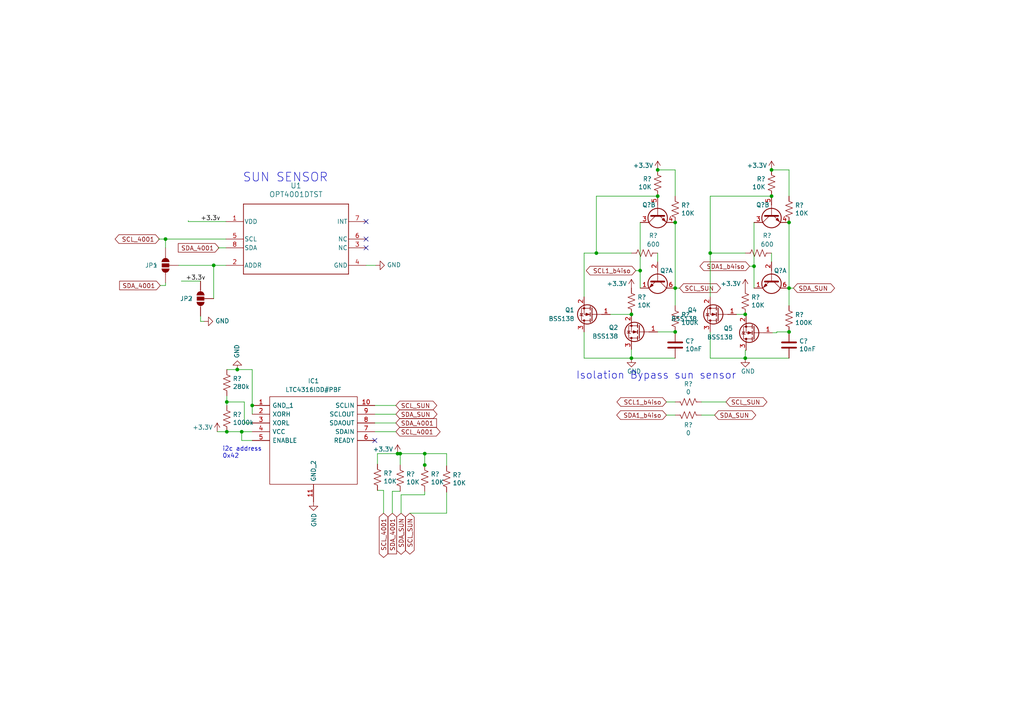
<source format=kicad_sch>
(kicad_sch (version 20230121) (generator eeschema)
  (paper "A4")
  (lib_symbols
    (symbol "AA_AUTO_LOADER:LTC4316IDD#PBF" (pin_names (offset 0.762))
      (property "Reference" "IC" (at 31.75 7.62 0))
      (property "Value" "LTC4316IDD#PBF" (at 31.75 5.08 0))
      (symbol "LTC4316IDD#PBF_0_0"
        (pin passive line (at 0 0 0) (length 5.08) (name "GND_1") (number "1"))
        (pin passive line (at 35.56 0 180) (length 5.08) (name "SCLIN") (number "10"))
        (pin passive line (at 17.78 -27.94 90) (length 5.08) (name "GND_2") (number "11"))
        (pin passive line (at 0 -2.54 0) (length 5.08) (name "XORH") (number "2"))
        (pin passive line (at 0 -5.08 0) (length 5.08) (name "XORL") (number "3"))
        (pin passive line (at 0 -7.62 0) (length 5.08) (name "VCC") (number "4"))
        (pin passive line (at 0 -10.16 0) (length 5.08) (name "ENABLE") (number "5"))
        (pin passive line (at 35.56 -10.16 180) (length 5.08) (name "READY") (number "6"))
        (pin passive line (at 35.56 -7.62 180) (length 5.08) (name "SDAIN") (number "7"))
        (pin passive line (at 35.56 -5.08 180) (length 5.08) (name "SDAOUT") (number "8"))
        (pin passive line (at 35.56 -2.54 180) (length 5.08) (name "SCLOUT") (number "9"))
      )
      (symbol "LTC4316IDD#PBF_0_1"
        (polyline (pts (xy 5.08 2.54) (xy 30.48 2.54) (xy 30.48 -22.86) (xy 5.08 -22.86) (xy 5.08 2.54)) (stroke (width 0.1524)))
      )
    )
    (symbol "Device:C" (pin_numbers hide) (pin_names (offset 0.254))
      (property "Reference" "C" (at 0.635 2.54 0))
      (property "Value" "C" (at 0.635 -2.54 0))
      (symbol "C_0_1"
        (polyline (pts (xy -2.032 -0.762) (xy 2.032 -0.762)) (stroke (width 0.508)))
        (polyline (pts (xy -2.032 0.762) (xy 2.032 0.762)) (stroke (width 0.508)))
      )
      (symbol "C_1_1"
        (pin passive line (at 0 3.81 270) (length 2.794) (name "~") (number "1"))
        (pin passive line (at 0 -3.81 90) (length 2.794) (name "~") (number "2"))
      )
    )
    (symbol "Device:R_US" (pin_numbers hide) (pin_names (offset 0))
      (property "Reference" "R" (at 2.54 0 90))
      (property "Value" "R_US" (at -2.54 0 90))
      (symbol "R_US_0_1"
        (polyline (pts (xy 0 -2.286) (xy 0 -2.54)))
        (polyline (pts (xy 0 2.286) (xy 0 2.54)))
        (polyline (pts (xy 0 -0.762) (xy 1.016 -1.143) (xy 0 -1.524) (xy -1.016 -1.905) (xy 0 -2.286)))
        (polyline (pts (xy 0 0.762) (xy 1.016 0.381) (xy 0 0) (xy -1.016 -0.381) (xy 0 -0.762)))
        (polyline (pts (xy 0 2.286) (xy 1.016 1.905) (xy 0 1.524) (xy -1.016 1.143) (xy 0 0.762)))
      )
      (symbol "R_US_1_1"
        (pin passive line (at 0 3.81 270) (length 1.27) (name "~") (number "1"))
        (pin passive line (at 0 -3.81 90) (length 1.27) (name "~") (number "2"))
      )
    )
    (symbol "OPT4001DTST:OPT4001DTST" (pin_names (offset 0.254))
      (property "Reference" "U" (at 0 2.54 0))
      (property "Value" "OPT4001DTST" (at 0 0 0))
      (symbol "OPT4001DTST_0_1"
        (polyline (pts (xy 5.08 -15.24) (xy 35.56 -15.24)) (stroke (width 0.2032)))
        (polyline (pts (xy 5.08 5.08) (xy 5.08 -15.24)) (stroke (width 0.2032)))
        (polyline (pts (xy 35.56 -15.24) (xy 35.56 5.08)) (stroke (width 0.2032)))
        (polyline (pts (xy 35.56 5.08) (xy 5.08 5.08)) (stroke (width 0.2032)))
        (pin power_in line (at 0 0 0) (length 5.08) (name "VDD") (number "1"))
        (pin input line (at 0 -12.7 0) (length 5.08) (name "ADDR") (number "2"))
        (pin unspecified line (at 40.64 -7.62 180) (length 5.08) (name "NC") (number "3"))
        (pin power_in line (at 40.64 -12.7 180) (length 5.08) (name "GND") (number "4"))
        (pin input line (at 0 -5.08 0) (length 5.08) (name "SCL") (number "5"))
        (pin unspecified line (at 40.64 -5.08 180) (length 5.08) (name "NC") (number "6"))
        (pin open_collector line (at 40.64 0 180) (length 5.08) (name "INT") (number "7"))
        (pin bidirectional line (at 0 -7.62 0) (length 5.08) (name "SDA") (number "8"))
      )
    )
    (symbol "SparkFun-Jumper:SolderJumper_3_Open_No_Silk" (pin_numbers hide) (pin_names (offset 0) hide)
      (property "Reference" "JP" (at -2.54 -2.54 0))
      (property "Value" "~" (at 0 2.794 0))
      (symbol "SolderJumper_3_Open_No_Silk_0_1"
        (arc (start -1.016 1.016) (mid -2.0276 0) (end -1.016 -1.016))
        (arc (start -1.016 1.016) (mid -2.0276 0) (end -1.016 -1.016) (fill (type outline)))
        (rectangle (start -0.508 1.016) (end 0.508 -1.016) (fill (type outline)))
        (polyline (pts (xy -2.54 0) (xy -2.032 0)))
        (polyline (pts (xy -1.016 1.016) (xy -1.016 -1.016)))
        (polyline (pts (xy 0 -1.27) (xy 0 -1.016)))
        (polyline (pts (xy 1.016 1.016) (xy 1.016 -1.016)))
        (polyline (pts (xy 2.54 0) (xy 2.032 0)))
        (arc (start 1.016 -1.016) (mid 2.0276 0) (end 1.016 1.016))
        (arc (start 1.016 -1.016) (mid 2.0276 0) (end 1.016 1.016) (fill (type outline)))
      )
      (symbol "SolderJumper_3_Open_No_Silk_1_1"
        (pin passive line (at -5.08 0 0) (length 2.54) (name "A") (number "1"))
        (pin passive line (at 0 -3.81 90) (length 2.54) (name "C") (number "2"))
        (pin passive line (at 5.08 0 180) (length 2.54) (name "B") (number "3"))
      )
    )
    (symbol "Transistor_BJT:MBT2222ADW1T1" (pin_names (offset 0) hide)
      (property "Reference" "Q" (at 5.08 1.27 0))
      (property "Value" "MBT2222ADW1T1" (at 5.08 -1.27 0))
      (symbol "MBT2222ADW1T1_0_1"
        (polyline (pts (xy 0.635 0) (xy -2.54 0)))
        (polyline (pts (xy 0.635 0.635) (xy 2.54 2.54)))
        (polyline (pts (xy 0.635 -0.635) (xy 2.54 -2.54) (xy 2.54 -2.54)))
        (polyline (pts (xy 0.635 1.905) (xy 0.635 -1.905) (xy 0.635 -1.905)) (stroke (width 0.508)))
        (polyline (pts (xy 1.27 -1.778) (xy 1.778 -1.27) (xy 2.286 -2.286) (xy 1.27 -1.778) (xy 1.27 -1.778)) (fill (type outline)))
        (circle (center 1.27 0) (radius 2.8194) (stroke (width 0.254)))
      )
      (symbol "MBT2222ADW1T1_1_1"
        (pin passive line (at 2.54 -5.08 90) (length 2.54) (name "E1") (number "1"))
        (pin input line (at -5.08 0 0) (length 2.54) (name "B1") (number "2"))
        (pin passive line (at 2.54 5.08 270) (length 2.54) (name "C1") (number "6"))
      )
      (symbol "MBT2222ADW1T1_2_1"
        (pin passive line (at 2.54 5.08 270) (length 2.54) (name "C2") (number "3"))
        (pin passive line (at 2.54 -5.08 90) (length 2.54) (name "E2") (number "4"))
        (pin input line (at -5.08 0 0) (length 2.54) (name "B2") (number "5"))
      )
    )
    (symbol "Transistor_FET:BSS138" (pin_names hide)
      (property "Reference" "Q" (at 5.08 1.905 0))
      (property "Value" "BSS138" (at 5.08 0 0))
      (symbol "BSS138_0_1"
        (polyline (pts (xy 0.254 0) (xy -2.54 0)))
        (polyline (pts (xy 0.254 1.905) (xy 0.254 -1.905)) (stroke (width 0.254)))
        (polyline (pts (xy 0.762 -1.27) (xy 0.762 -2.286)) (stroke (width 0.254)))
        (polyline (pts (xy 0.762 0.508) (xy 0.762 -0.508)) (stroke (width 0.254)))
        (polyline (pts (xy 0.762 2.286) (xy 0.762 1.27)) (stroke (width 0.254)))
        (polyline (pts (xy 2.54 2.54) (xy 2.54 1.778)))
        (polyline (pts (xy 2.54 -2.54) (xy 2.54 0) (xy 0.762 0)))
        (polyline (pts (xy 0.762 -1.778) (xy 3.302 -1.778) (xy 3.302 1.778) (xy 0.762 1.778)))
        (polyline (pts (xy 1.016 0) (xy 2.032 0.381) (xy 2.032 -0.381) (xy 1.016 0)) (fill (type outline)))
        (polyline (pts (xy 2.794 0.508) (xy 2.921 0.381) (xy 3.683 0.381) (xy 3.81 0.254)))
        (polyline (pts (xy 3.302 0.381) (xy 2.921 -0.254) (xy 3.683 -0.254) (xy 3.302 0.381)))
        (circle (center 1.651 0) (radius 2.794) (stroke (width 0.254)))
        (circle (center 2.54 -1.778) (radius 0.254) (fill (type outline)))
        (circle (center 2.54 1.778) (radius 0.254) (fill (type outline)))
      )
      (symbol "BSS138_1_1"
        (pin input line (at -5.08 0 0) (length 2.54) (name "G") (number "1"))
        (pin passive line (at 2.54 -5.08 90) (length 2.54) (name "S") (number "2"))
        (pin passive line (at 2.54 5.08 270) (length 2.54) (name "D") (number "3"))
      )
    )
    (symbol "power:+3.3V" (power) (pin_names (offset 0))
      (property "Value" "+3.3V" (at 0 3.556 0))
      (symbol "+3.3V_0_1"
        (polyline (pts (xy -0.762 1.27) (xy 0 2.54)))
        (polyline (pts (xy 0 0) (xy 0 2.54)))
        (polyline (pts (xy 0 2.54) (xy 0.762 1.27)))
      )
      (symbol "+3.3V_1_1"
        (pin power_in line (at 0 0 90) (length 0) hide (name "+3.3V") (number "1"))
      )
    )
    (symbol "power:GND" (power) (pin_names (offset 0))
      (property "Value" "GND" (at 0 -3.81 0))
      (symbol "GND_0_1"
        (polyline (pts (xy 0 0) (xy 0 -1.27) (xy 1.27 -1.27) (xy 0 -2.54) (xy -1.27 -1.27) (xy 0 -1.27)))
      )
      (symbol "GND_1_1"
        (pin power_in line (at 0 0 270) (length 0) hide (name "GND") (number "1"))
      )
    )
  )
  (junction (at 216.154 103.886))
  (junction (at 205.994 73.406))
  (junction (at 228.854 96.266))
  (junction (at 65.786 125.222))
  (junction (at 172.974 73.406))
  (junction (at 190.754 49.276))
  (junction (at 190.754 56.896))
  (junction (at 70.104 125.222))
  (junction (at 228.854 64.516))
  (junction (at 65.786 116.586))
  (junction (at 218.694 77.216))
  (junction (at 68.834 107.188))
  (junction (at 116.078 131.572))
  (junction (at 223.774 56.896))
  (junction (at 195.834 96.266))
  (junction (at 123.19 134.874))
  (junction (at 216.154 91.186))
  (junction (at 195.834 64.516))
  (junction (at 123.19 131.572))
  (junction (at 183.134 103.886))
  (junction (at 228.854 83.566))
  (junction (at 48.006 69.342))
  (junction (at 61.976 76.962))
  (junction (at 183.134 91.186))
  (junction (at 223.774 49.276))
  (junction (at 195.834 83.566))
  (junction (at 73.152 117.602))
  (junction (at 185.674 78.486))
  (junction (at 115.316 131.572))
  (no_connect (at 106.172 69.342))
  (no_connect (at 106.172 71.882))
  (no_connect (at 106.172 64.262))
  (no_connect (at 108.712 127.762))
  (wire (pts (xy 59.182 93.218) (xy 58.166 93.218)))
  (wire (pts (xy 195.834 120.396) (xy 193.294 120.396)))
  (wire (pts (xy 169.418 73.406) (xy 172.974 73.406)))
  (wire (pts (xy 123.444 134.874) (xy 123.19 134.874)))
  (wire (pts (xy 172.974 56.896) (xy 190.754 56.896)))
  (wire (pts (xy 172.974 56.896) (xy 172.974 73.406)))
  (wire (pts (xy 205.994 103.886) (xy 216.154 103.886)))
  (wire (pts (xy 228.854 88.646) (xy 228.854 83.566)))
  (wire (pts (xy 116.078 131.572) (xy 116.078 134.874)))
  (wire (pts (xy 195.834 88.646) (xy 195.834 83.566)))
  (wire (pts (xy 185.674 64.516) (xy 185.674 78.486)))
  (wire (pts (xy 65.786 116.586) (xy 65.786 117.602)))
  (wire (pts (xy 183.134 103.886) (xy 195.834 103.886)))
  (wire (pts (xy 210.566 116.586) (xy 203.454 116.586)))
  (wire (pts (xy 73.152 117.602) (xy 73.152 120.142)))
  (wire (pts (xy 216.408 101.6) (xy 216.154 101.6)))
  (wire (pts (xy 61.976 76.962) (xy 65.532 76.962)))
  (wire (pts (xy 65.786 114.808) (xy 65.786 116.586)))
  (wire (pts (xy 113.792 148.844) (xy 113.792 142.494)))
  (wire (pts (xy 230.124 83.566) (xy 228.854 83.566)))
  (wire (pts (xy 118.872 148.844) (xy 129.54 148.844)))
  (wire (pts (xy 52.578 81.534) (xy 58.166 81.534)))
  (wire (pts (xy 65.786 107.188) (xy 68.834 107.188)))
  (wire (pts (xy 54.61 64.008) (xy 54.61 64.262)))
  (wire (pts (xy 195.834 64.516) (xy 195.834 83.566)))
  (wire (pts (xy 114.808 120.142) (xy 108.712 120.142)))
  (wire (pts (xy 218.694 64.516) (xy 218.694 77.216)))
  (wire (pts (xy 109.474 134.62) (xy 109.474 131.572)))
  (wire (pts (xy 169.418 103.886) (xy 183.134 103.886)))
  (wire (pts (xy 183.134 103.886) (xy 183.134 101.346)))
  (wire (pts (xy 48.006 82.804) (xy 46.482 82.804)))
  (wire (pts (xy 70.104 125.222) (xy 73.152 125.222)))
  (wire (pts (xy 48.006 71.882) (xy 48.006 69.342)))
  (wire (pts (xy 224.028 96.52) (xy 225.298 96.52)))
  (wire (pts (xy 51.816 76.962) (xy 61.976 76.962)))
  (wire (pts (xy 184.404 78.486) (xy 185.674 78.486)))
  (wire (pts (xy 217.424 77.216) (xy 218.694 77.216)))
  (wire (pts (xy 197.104 83.566) (xy 195.834 83.566)))
  (wire (pts (xy 73.152 122.682) (xy 70.866 122.682)))
  (wire (pts (xy 129.54 131.572) (xy 129.54 135.128)))
  (wire (pts (xy 195.834 116.586) (xy 193.294 116.586)))
  (wire (pts (xy 205.994 96.266) (xy 205.994 103.886)))
  (wire (pts (xy 63.246 71.882) (xy 65.532 71.882)))
  (wire (pts (xy 228.854 64.516) (xy 228.854 83.566)))
  (wire (pts (xy 70.104 127.762) (xy 70.104 125.222)))
  (wire (pts (xy 114.808 117.602) (xy 108.712 117.602)))
  (wire (pts (xy 73.152 127.762) (xy 70.104 127.762)))
  (wire (pts (xy 111.252 142.24) (xy 111.252 148.844)))
  (wire (pts (xy 65.532 64.262) (xy 54.61 64.262)))
  (wire (pts (xy 62.992 125.222) (xy 65.786 125.222)))
  (wire (pts (xy 70.866 116.586) (xy 65.786 116.586)))
  (wire (pts (xy 114.808 122.682) (xy 108.712 122.682)))
  (wire (pts (xy 228.854 56.896) (xy 228.854 49.276)))
  (wire (pts (xy 70.866 122.682) (xy 70.866 116.586)))
  (wire (pts (xy 123.19 142.494) (xy 123.19 143.51)))
  (wire (pts (xy 123.19 131.572) (xy 129.54 131.572)))
  (wire (pts (xy 205.994 86.106) (xy 205.994 73.406)))
  (wire (pts (xy 195.834 56.896) (xy 195.834 49.276)))
  (wire (pts (xy 216.154 73.406) (xy 205.994 73.406)))
  (wire (pts (xy 109.474 142.24) (xy 111.252 142.24)))
  (wire (pts (xy 73.152 107.188) (xy 73.152 117.602)))
  (wire (pts (xy 218.694 77.216) (xy 218.694 83.566)))
  (wire (pts (xy 185.674 78.486) (xy 185.674 83.566)))
  (wire (pts (xy 216.154 91.186) (xy 213.614 91.186)))
  (wire (pts (xy 114.808 125.222) (xy 108.712 125.222)))
  (wire (pts (xy 45.974 69.342) (xy 48.006 69.342)))
  (wire (pts (xy 190.754 75.946) (xy 190.754 73.406)))
  (wire (pts (xy 195.834 49.276) (xy 190.754 49.276)))
  (wire (pts (xy 123.19 143.51) (xy 116.332 143.51)))
  (wire (pts (xy 228.854 49.276) (xy 223.774 49.276)))
  (wire (pts (xy 58.166 93.218) (xy 58.166 91.694)))
  (wire (pts (xy 177.038 91.186) (xy 183.134 91.186)))
  (wire (pts (xy 106.172 76.962) (xy 108.966 76.962)))
  (wire (pts (xy 129.54 148.844) (xy 129.54 142.748)))
  (wire (pts (xy 183.134 73.406) (xy 172.974 73.406)))
  (wire (pts (xy 48.006 82.042) (xy 48.006 82.804)))
  (wire (pts (xy 225.298 96.52) (xy 225.298 96.266)))
  (wire (pts (xy 115.316 131.572) (xy 116.078 131.572)))
  (wire (pts (xy 228.854 103.886) (xy 216.154 103.886)))
  (wire (pts (xy 223.774 75.946) (xy 223.774 73.406)))
  (wire (pts (xy 225.298 96.266) (xy 228.854 96.266)))
  (wire (pts (xy 109.474 131.572) (xy 115.316 131.572)))
  (wire (pts (xy 68.834 107.188) (xy 73.152 107.188)))
  (wire (pts (xy 207.264 120.396) (xy 203.454 120.396)))
  (wire (pts (xy 216.154 101.6) (xy 216.154 103.886)))
  (wire (pts (xy 116.332 143.51) (xy 116.332 148.844)))
  (wire (pts (xy 65.786 125.222) (xy 70.104 125.222)))
  (wire (pts (xy 169.418 86.106) (xy 169.418 73.406)))
  (wire (pts (xy 205.994 73.406) (xy 205.994 56.896)))
  (wire (pts (xy 48.006 69.342) (xy 65.532 69.342)))
  (wire (pts (xy 113.792 142.494) (xy 116.078 142.494)))
  (wire (pts (xy 205.994 56.896) (xy 223.774 56.896)))
  (wire (pts (xy 61.976 76.962) (xy 61.976 86.614)))
  (wire (pts (xy 169.418 96.266) (xy 169.418 103.886)))
  (wire (pts (xy 216.408 91.186) (xy 216.154 91.186)))
  (wire (pts (xy 123.19 134.874) (xy 123.19 131.572)))
  (wire (pts (xy 216.408 91.44) (xy 216.408 91.186)))
  (wire (pts (xy 190.754 96.266) (xy 195.834 96.266)))
  (wire (pts (xy 116.078 131.572) (xy 123.19 131.572)))
  (text "Isolation Bypass sun sensor" (at 213.614 110.236 0) (effects (font (size 2.159 2.159)) (justify right bottom)))
  (text "SUN SENSOR\n\n" (at 70.358 57.15 0) (effects (font (size 2.54 2.54)) (justify left bottom)))
  (text "i2c address \n0x42\n" (at 64.516 133.096 0) (effects (font (size 1.27 1.27)) (justify left bottom)))
  (label "+3.3v" (at 58.166 64.262 0))
  (label "+3.3v" (at 53.848 81.534 0))
  (global_label "SDA1_b4iso" (shape bidirectional) (at 193.294 120.396 180) (property "Intersheetrefs" "${INTERSHEET_REFS}" (effects hide)))
  (global_label "SDA_SUN" (shape bidirectional) (at 116.332 148.844 270) (property "Intersheetrefs" "${INTERSHEET_REFS}" (effects hide)))
  (global_label "SDA1_b4iso" (shape bidirectional) (at 217.424 77.216 180) (property "Intersheetrefs" "${INTERSHEET_REFS}" (effects hide)))
  (global_label "SDA_SUN" (shape bidirectional) (at 114.808 120.142 0) (property "Intersheetrefs" "${INTERSHEET_REFS}" (effects hide)))
  (global_label "SDA_4001" (shape input) (at 113.792 148.844 270) (property "Intersheetrefs" "${INTERSHEET_REFS}" (effects hide)))
  (global_label "SCL_SUN" (shape bidirectional) (at 210.566 116.586 0) (property "Intersheetrefs" "${INTERSHEET_REFS}" (effects hide)))
  (global_label "SCL_4001" (shape bidirectional) (at 111.252 148.844 270) (property "Intersheetrefs" "${INTERSHEET_REFS}" (effects hide)))
  (global_label "SCL1_b4iso" (shape bidirectional) (at 193.294 116.586 180) (property "Intersheetrefs" "${INTERSHEET_REFS}" (effects hide)))
  (global_label "SCL1_b4iso" (shape bidirectional) (at 184.404 78.486 180) (property "Intersheetrefs" "${INTERSHEET_REFS}" (effects hide)))
  (global_label "SCL_4001" (shape bidirectional) (at 114.808 125.222 0) (property "Intersheetrefs" "${INTERSHEET_REFS}" (effects hide)))
  (global_label "SDA_4001" (shape input) (at 46.482 82.804 180) (property "Intersheetrefs" "${INTERSHEET_REFS}" (effects hide)))
  (global_label "SCL_SUN" (shape bidirectional) (at 118.872 148.844 270) (property "Intersheetrefs" "${INTERSHEET_REFS}" (effects hide)))
  (global_label "SDA_4001" (shape input) (at 114.808 122.682 0) (property "Intersheetrefs" "${INTERSHEET_REFS}" (effects hide)))
  (global_label "SDA_SUN" (shape bidirectional) (at 207.264 120.396 0) (property "Intersheetrefs" "${INTERSHEET_REFS}" (effects hide)))
  (global_label "SCL_4001" (shape bidirectional) (at 46.228 69.342 180) (property "Intersheetrefs" "${INTERSHEET_REFS}" (effects hide)))
  (global_label "SDA_SUN" (shape bidirectional) (at 230.124 83.566 0) (property "Intersheetrefs" "${INTERSHEET_REFS}" (effects hide)))
  (global_label "SDA_4001" (shape input) (at 63.5 71.882 180) (property "Intersheetrefs" "${INTERSHEET_REFS}" (effects hide)))
  (global_label "SCL_SUN" (shape bidirectional) (at 197.104 83.566 0) (property "Intersheetrefs" "${INTERSHEET_REFS}" (effects hide)))
  (global_label "SCL_SUN" (shape bidirectional) (at 114.808 117.602 0) (property "Intersheetrefs" "${INTERSHEET_REFS}" (effects hide)))
  (symbol (lib_id "power:GND") (at 90.932 145.542 0) (unit 1)
    (property "Reference" "#PWR?" (effects hide))
    (property "Value" "GND" (at 91.059 148.7932 90) (effects (justify right)))
    (instances (project "xpanel" (path "" (reference "#PWR?") (unit 1))) (project "Z_MINUS_REV1" (path "" (reference "#PWR09") (unit 1))) (project "Xpanel_V1_final" (path "" (reference "#PWR019") (unit 1)) (path "" (reference "#PWR022") (unit 1)) (path "" (reference "#PWR022") (unit 1))))
  )
  (symbol (lib_id "Device:R_US") (at 216.154 87.376 180) (unit 1)
    (property "Reference" "R?" (at 217.8812 86.2076 0) (effects (justify right)))
    (property "Value" "10K" (at 217.8812 88.519 0) (effects (justify right)))
    (property "Footprint" "Resistor_SMD:R_0805_2012Metric" (effects hide))
    (instances (project "xpanel" (path "" (reference "R?") (unit 1))) (project "Z_MINUS_REV1" (path "" (reference "R14") (unit 1))) (project "Xpanel_V1_final" (path "" (reference "R26") (unit 1)) (path "" (reference "R29") (unit 1)) (path "" (reference "R29") (unit 1))))
  )
  (symbol (lib_id "Device:R_US") (at 129.54 138.938 180) (unit 1)
    (property "Reference" "R?" (at 131.2672 137.7696 0) (effects (justify right)))
    (property "Value" "10K" (at 131.2672 140.081 0) (effects (justify right)))
    (property "Footprint" "Resistor_SMD:R_0805_2012Metric" (effects hide))
    (instances (project "xpanel" (path "" (reference "R?") (unit 1))) (project "Z_MINUS_REV1" (path "" (reference "R6") (unit 1))) (project "Xpanel_V1_final" (path "" (reference "R22") (unit 1)) (path "" (reference "R19") (unit 1)) (path "" (reference "R19") (unit 1))))
  )
  (symbol (lib_id "Transistor_BJT:MBT2222ADW1T1") (at 223.774 61.976 90) (mirror x) (unit 2)
    (property "Reference" "Q?" (at 221.234 59.436 90))
    (property "Value" "MBT2222ADW1T1" (effects hide))
    (property "Footprint" "Package_TO_SOT_SMD:SOT-363_SC-70-6" (effects hide))
    (property "Datasheet" "http://www.onsemi.com/pub_link/Collateral/MBT2222ADW1T1-D.PDF" (effects hide))
    (instances (project "xpanel" (path "" (reference "Q?") (unit 2)) (path "" (reference "Q?") (unit 2)) (path "" (reference "Q?") (unit 2))) (project "Z_MINUS_REV1" (path "" (reference "Q6") (unit 2))) (project "Xpanel_V1_final" (path "" (reference "Q15") (unit 2)) (path "" (reference "Q10") (unit 2)) (path "" (reference "Q10") (unit 2))))
  )
  (symbol (lib_id "Transistor_FET:BSS138") (at 185.674 96.266 180) (unit 1)
    (property "Reference" "Q2" (at 179.324 94.996 0) (effects (justify left)))
    (property "Value" "BSS138" (at 179.324 97.536 0) (effects (justify left)))
    (property "Footprint" "Package_TO_SOT_SMD:SOT-23" (effects hide))
    (property "Datasheet" "https://www.onsemi.com/pub/Collateral/BSS138-D.PDF" (effects hide))
    (instances (project "Z_MINUS_REV1" (path "" (reference "Q2") (unit 1))) (project "Xpanel_V1_final" (path "" (reference "Q11") (unit 1)) (path "" (reference "Q3") (unit 1)) (path "" (reference "Q3") (unit 1))))
  )
  (symbol (lib_id "Transistor_BJT:MBT2222ADW1T1") (at 190.754 61.976 90) (mirror x) (unit 2)
    (property "Reference" "Q?" (at 188.214 59.436 90))
    (property "Value" "MBT2222ADW1T1" (effects hide))
    (property "Footprint" "Package_TO_SOT_SMD:SOT-363_SC-70-6" (effects hide))
    (property "Datasheet" "http://www.onsemi.com/pub_link/Collateral/MBT2222ADW1T1-D.PDF" (effects hide))
    (instances (project "xpanel" (path "" (reference "Q?") (unit 2)) (path "" (reference "Q?") (unit 2)) (path "" (reference "Q?") (unit 2))) (project "Z_MINUS_REV1" (path "" (reference "Q3") (unit 2))) (project "Xpanel_V1_final" (path "" (reference "Q12") (unit 2)) (path "" (reference "Q4") (unit 2)) (path "" (reference "Q4") (unit 2))))
  )
  (symbol (lib_id "Device:R_US") (at 223.774 53.086 0) (unit 1)
    (property "Reference" "R?" (at 222.0468 51.9176 0) (effects (justify right)))
    (property "Value" "10K" (at 222.0468 54.229 0) (effects (justify right)))
    (property "Footprint" "Resistor_SMD:R_0805_2012Metric" (effects hide))
    (instances (project "xpanel" (path "" (reference "R?") (unit 1))) (project "Z_MINUS_REV1" (path "" (reference "R16") (unit 1))) (project "Xpanel_V1_final" (path "" (reference "R28") (unit 1)) (path "" (reference "R31") (unit 1)) (path "" (reference "R31") (unit 1))))
  )
  (symbol (lib_id "SparkFun-Jumper:SolderJumper_3_Open_No_Silk") (at 58.166 86.614 90) (unit 1)
    (property "Reference" "JP2" (at 55.88 86.614 90) (effects (justify left)))
    (property "Value" "~" (at 55.372 86.614 0))
    (property "Footprint" "SparkFun-Jumper:SMT-JUMPER_3_NO_NO-SILK" (effects hide))
  )
  (symbol (lib_id "Device:R_US") (at 116.078 138.684 180) (unit 1)
    (property "Reference" "R?" (at 117.8052 137.5156 0) (effects (justify right)))
    (property "Value" "10K" (at 117.8052 139.827 0) (effects (justify right)))
    (property "Footprint" "Resistor_SMD:R_0805_2012Metric" (effects hide))
    (instances (project "xpanel" (path "" (reference "R?") (unit 1))) (project "Z_MINUS_REV1" (path "" (reference "R4") (unit 1))) (project "Xpanel_V1_final" (path "" (reference "R22") (unit 1)) (path "" (reference "R19") (unit 1)) (path "" (reference "R19") (unit 1))))
  )
  (symbol (lib_id "Device:C") (at 195.834 100.076 0) (unit 1)
    (property "Reference" "C?" (at 198.755 98.933 0) (effects (justify left)))
    (property "Value" "10nF" (at 198.755 101.219 0) (effects (justify left)))
    (property "Footprint" "Capacitor_SMD:C_0603_1608Metric" (effects hide))
    (instances (project "xpanel" (path "" (reference "C?") (unit 1))) (project "Z_MINUS_REV1" (path "" (reference "C1") (unit 1))) (project "Xpanel_V1_final" (path "" (reference "C5") (unit 1)) (path "" (reference "C10") (unit 1)) (path "" (reference "C10") (unit 1))))
  )
  (symbol (lib_id "Device:R_US") (at 228.854 60.706 180) (unit 1)
    (property "Reference" "R?" (at 230.5812 59.5376 0) (effects (justify right)))
    (property "Value" "10K" (at 230.5812 61.849 0) (effects (justify right)))
    (property "Footprint" "Resistor_SMD:R_0805_2012Metric" (effects hide))
    (instances (project "xpanel" (path "" (reference "R?") (unit 1))) (project "Z_MINUS_REV1" (path "" (reference "R17") (unit 1))) (project "Xpanel_V1_final" (path "" (reference "R29") (unit 1)) (path "" (reference "R33") (unit 1)) (path "" (reference "R33") (unit 1))))
  )
  (symbol (lib_id "power:+3.3V") (at 115.316 131.572 0) (mirror y) (unit 1)
    (property "Reference" "#PWR?" (effects hide))
    (property "Value" "+3.3V" (at 114.046 130.302 0) (effects (justify left)))
    (instances (project "xpanel" (path "" (reference "#PWR?") (unit 1))) (project "Z_MINUS_REV1" (path "" (reference "#PWR011") (unit 1))) (project "Xpanel_V1_final" (path "" (reference "#PWR011") (unit 1)) (path "" (reference "#PWR031") (unit 1)) (path "" (reference "#PWR031") (unit 1))))
  )
  (symbol (lib_id "Device:R_US") (at 199.644 120.396 90) (mirror x) (unit 1)
    (property "Reference" "R?" (at 199.644 123.2662 90))
    (property "Value" "0" (at 199.644 125.5776 90))
    (property "Footprint" "Resistor_SMD:R_0603_1608Metric" (effects hide))
    (instances (project "xpanel" (path "" (reference "R?") (unit 1))) (project "Z_MINUS_REV1" (path "" (reference "R13") (unit 1))) (project "Xpanel_V1_final" (path "" (reference "R25") (unit 1)) (path "" (reference "R23") (unit 1)) (path "" (reference "R23") (unit 1))))
  )
  (symbol (lib_id "Transistor_FET:BSS138") (at 218.948 96.52 180) (unit 1)
    (property "Reference" "Q5" (at 212.598 95.25 0) (effects (justify left)))
    (property "Value" "BSS138" (at 212.598 97.79 0) (effects (justify left)))
    (property "Footprint" "Package_TO_SOT_SMD:SOT-23" (effects hide))
    (property "Datasheet" "https://www.onsemi.com/pub/Collateral/BSS138-D.PDF" (effects hide))
    (instances (project "Z_MINUS_REV1" (path "" (reference "Q5") (unit 1))) (project "Xpanel_V1_final" (path "" (reference "Q14") (unit 1)) (path "" (reference "Q9") (unit 1)) (path "" (reference "Q9") (unit 1))))
  )
  (symbol (lib_id "Device:R_US") (at 65.786 110.998 180) (unit 1)
    (property "Reference" "R?" (at 67.5132 109.8296 0) (effects (justify right)))
    (property "Value" "280k" (at 67.5132 112.141 0) (effects (justify right)))
    (property "Footprint" "Resistor_SMD:R_0805_2012Metric" (effects hide))
    (instances (project "xpanel" (path "" (reference "R?") (unit 1))) (project "Z_MINUS_REV1" (path "" (reference "R1") (unit 1))) (project "Xpanel_V1_final" (path "" (reference "R22") (unit 1)) (path "" (reference "R19") (unit 1)) (path "" (reference "R19") (unit 1))))
  )
  (symbol (lib_id "Device:R_US") (at 186.944 73.406 90) (unit 1)
    (property "Reference" "R?" (at 189.484 68.326 90))
    (property "Value" "600" (at 189.484 70.866 90))
    (property "Footprint" "Resistor_SMD:R_0805_2012Metric" (effects hide))
    (instances (project "xpanel" (path "" (reference "R?") (unit 1))) (project "Z_MINUS_REV1" (path "" (reference "R8") (unit 1))) (project "Xpanel_V1_final" (path "" (reference "R20") (unit 1)) (path "" (reference "R16") (unit 1)) (path "" (reference "R16") (unit 1))))
  )
  (symbol (lib_id "Transistor_FET:BSS138") (at 208.534 91.186 180) (unit 1)
    (property "Reference" "Q4" (at 202.184 89.916 0) (effects (justify left)))
    (property "Value" "BSS138" (at 202.184 92.456 0) (effects (justify left)))
    (property "Footprint" "Package_TO_SOT_SMD:SOT-23" (effects hide))
    (property "Datasheet" "https://www.onsemi.com/pub/Collateral/BSS138-D.PDF" (effects hide))
    (instances (project "Z_MINUS_REV1" (path "" (reference "Q4") (unit 1))) (project "Xpanel_V1_final" (path "" (reference "Q13") (unit 1)) (path "" (reference "Q7") (unit 1)) (path "" (reference "Q7") (unit 1))))
  )
  (symbol (lib_id "Device:R_US") (at 65.786 121.412 180) (unit 1)
    (property "Reference" "R?" (at 67.5132 120.2436 0) (effects (justify right)))
    (property "Value" "1000k" (at 67.5132 122.555 0) (effects (justify right)))
    (property "Footprint" "Resistor_SMD:R_0805_2012Metric" (effects hide))
    (instances (project "xpanel" (path "" (reference "R?") (unit 1))) (project "Z_MINUS_REV1" (path "" (reference "R2") (unit 1))) (project "Xpanel_V1_final" (path "" (reference "R22") (unit 1)) (path "" (reference "R19") (unit 1)) (path "" (reference "R19") (unit 1))))
  )
  (symbol (lib_id "power:+3.3V") (at 216.154 83.566 0) (mirror y) (unit 1)
    (property "Reference" "#PWR?" (effects hide))
    (property "Value" "+3.3V" (at 214.884 82.296 0) (effects (justify left)))
    (instances (project "xpanel" (path "" (reference "#PWR?") (unit 1))) (project "Z_MINUS_REV1" (path "" (reference "#PWR015") (unit 1))) (project "Xpanel_V1_final" (path "" (reference "#PWR023") (unit 1)) (path "" (reference "#PWR035") (unit 1)) (path "" (reference "#PWR035") (unit 1))))
  )
  (symbol (lib_id "Device:R_US") (at 183.134 87.376 180) (unit 1)
    (property "Reference" "R?" (at 184.8612 86.2076 0) (effects (justify right)))
    (property "Value" "10K" (at 184.8612 88.519 0) (effects (justify right)))
    (property "Footprint" "Resistor_SMD:R_0805_2012Metric" (effects hide))
    (instances (project "xpanel" (path "" (reference "R?") (unit 1))) (project "Z_MINUS_REV1" (path "" (reference "R7") (unit 1))) (project "Xpanel_V1_final" (path "" (reference "R19") (unit 1)) (path "" (reference "R15") (unit 1)) (path "" (reference "R15") (unit 1))))
  )
  (symbol (lib_id "Device:R_US") (at 199.644 116.586 90) (mirror x) (unit 1)
    (property "Reference" "R?" (at 199.644 111.379 90))
    (property "Value" "0" (at 199.644 113.6904 90))
    (property "Footprint" "Resistor_SMD:R_0603_1608Metric" (effects hide))
    (instances (project "xpanel" (path "" (reference "R?") (unit 1))) (project "Z_MINUS_REV1" (path "" (reference "R12") (unit 1))) (project "Xpanel_V1_final" (path "" (reference "R24") (unit 1)) (path "" (reference "R22") (unit 1)) (path "" (reference "R22") (unit 1))))
  )
  (symbol (lib_id "SparkFun-Jumper:SolderJumper_3_Open_No_Silk") (at 48.006 76.962 90) (unit 1)
    (property "Reference" "JP1" (at 45.72 76.962 90) (effects (justify left)))
    (property "Value" "~" (at 45.212 76.962 0))
    (property "Footprint" "SparkFun-Jumper:SMT-JUMPER_3_NO_NO-SILK" (effects hide))
  )
  (symbol (lib_id "power:GND") (at 108.966 76.962 90) (unit 1)
    (property "Reference" "#PWR?" (effects hide))
    (property "Value" "GND" (at 112.2172 76.835 90) (effects (justify right)))
    (instances (project "xpanel" (path "" (reference "#PWR?") (unit 1))) (project "Z_MINUS_REV1" (path "" (reference "#PWR010") (unit 1))) (project "Xpanel_V1_final" (path "" (reference "#PWR018") (unit 1)) (path "" (reference "#PWR028") (unit 1)) (path "" (reference "#PWR028") (unit 1))))
  )
  (symbol (lib_id "AA_AUTO_LOADER:LTC4316IDD#PBF") (at 73.152 117.602 0) (unit 1)
    (property "Reference" "IC1" (at 90.932 110.49 0))
    (property "Value" "LTC4316IDD#PBF" (at 90.932 113.03 0))
    (property "Footprint" "SON50P300X300X85-11N-D" (effects hide))
    (property "Datasheet" "https://www.arrow.com/en/products/ltc4316iddpbf/analog-devices" (effects hide))
    (property "Description" "Interface - Specialized Single I2C Address Translator" (effects hide))
    (property "Height" "0.85" (effects hide))
    (property "Manufacturer_Name" "Analog Devices" (effects hide))
    (property "Manufacturer_Part_Number" "LTC4316IDD#PBF" (effects hide))
    (property "Mouser Part Number" "584-LTC4316IDD#PBF" (effects hide))
    (property "Mouser Price/Stock" "https://www.mouser.co.uk/ProductDetail/Analog-Devices/LTC4316IDDPBF?qs=oahfZPh6IAIeLbk0nqPXrg%3D%3D" (effects hide))
    (property "Arrow Part Number" "LTC4316IDD#PBF" (effects hide))
    (property "Arrow Price/Stock" "https://www.arrow.com/en/products/ltc4316iddpbf/analog-devices?region=europe" (effects hide))
  )
  (symbol (lib_id "power:GND") (at 216.154 103.886 0) (mirror y) (unit 1)
    (property "Reference" "#PWR?" (effects hide))
    (property "Value" "GND" (at 214.884 107.696 0) (effects (justify right)))
    (instances (project "xpanel" (path "" (reference "#PWR?") (unit 1))) (project "Z_MINUS_REV1" (path "" (reference "#PWR016") (unit 1))) (project "Xpanel_V1_final" (path "" (reference "#PWR024") (unit 1)) (path "" (reference "#PWR036") (unit 1)) (path "" (reference "#PWR036") (unit 1))))
  )
  (symbol (lib_id "power:+3.3V") (at 190.754 49.276 0) (mirror y) (unit 1)
    (property "Reference" "#PWR?" (effects hide))
    (property "Value" "+3.3V" (at 189.484 48.006 0) (effects (justify left)))
    (instances (project "xpanel" (path "" (reference "#PWR?") (unit 1))) (project "Z_MINUS_REV1" (path "" (reference "#PWR014") (unit 1))) (project "Xpanel_V1_final" (path "" (reference "#PWR011") (unit 1)) (path "" (reference "#PWR031") (unit 1)) (path "" (reference "#PWR031") (unit 1))))
  )
  (symbol (lib_id "Transistor_BJT:MBT2222ADW1T1") (at 190.754 81.026 270) (unit 1)
    (property "Reference" "Q?" (at 193.294 78.486 90))
    (property "Value" "MBT2222ADW1T1" (effects hide))
    (property "Footprint" "Package_TO_SOT_SMD:SOT-363_SC-70-6" (effects hide))
    (property "Datasheet" "http://www.onsemi.com/pub_link/Collateral/MBT2222ADW1T1-D.PDF" (effects hide))
    (instances (project "xpanel" (path "" (reference "Q?") (unit 1)) (path "" (reference "Q?") (unit 1)) (path "" (reference "Q?") (unit 1))) (project "Z_MINUS_REV1" (path "" (reference "Q3") (unit 1))) (project "Xpanel_V1_final" (path "" (reference "Q12") (unit 1)) (path "" (reference "Q4") (unit 1)) (path "" (reference "Q4") (unit 1))))
  )
  (symbol (lib_id "OPT4001DTST:OPT4001DTST") (at 65.532 64.262 0) (unit 1)
    (property "Reference" "U1" (at 85.852 53.848 0) (effects (font (size 1.524 1.524))))
    (property "Value" "OPT4001DTST" (at 85.852 56.388 0) (effects (font (size 1.524 1.524))))
    (property "Footprint" "DTS0008A-MFG" (effects hide))
    (property "Datasheet" "OPT4001DTST" (effects hide))
    (instances (project "Z_MINUS_REV1" (path "" (reference "U1") (unit 1))) (project "Xpanel_V1_final" (path "" (reference "U2") (unit 1)) (path "" (reference "U3") (unit 1)) (path "" (reference "U3") (unit 1))))
  )
  (symbol (lib_id "Device:R_US") (at 109.474 138.43 180) (unit 1)
    (property "Reference" "R?" (at 111.2012 137.2616 0) (effects (justify right)))
    (property "Value" "10K" (at 111.2012 139.573 0) (effects (justify right)))
    (property "Footprint" "Resistor_SMD:R_0805_2012Metric" (effects hide))
    (instances (project "xpanel" (path "" (reference "R?") (unit 1))) (project "Z_MINUS_REV1" (path "" (reference "R3") (unit 1))) (project "Xpanel_V1_final" (path "" (reference "R22") (unit 1)) (path "" (reference "R19") (unit 1)) (path "" (reference "R19") (unit 1))))
  )
  (symbol (lib_id "Device:R_US") (at 219.964 73.406 270) (unit 1)
    (property "Reference" "R?" (at 222.504 68.326 90))
    (property "Value" "600" (at 222.504 70.866 90))
    (property "Footprint" "Resistor_SMD:R_0805_2012Metric" (effects hide))
    (instances (project "xpanel" (path "" (reference "R?") (unit 1))) (project "Z_MINUS_REV1" (path "" (reference "R15") (unit 1))) (project "Xpanel_V1_final" (path "" (reference "R27") (unit 1)) (path "" (reference "R30") (unit 1)) (path "" (reference "R30") (unit 1))))
  )
  (symbol (lib_id "Device:C") (at 228.854 100.076 0) (unit 1)
    (property "Reference" "C?" (at 231.775 98.933 0) (effects (justify left)))
    (property "Value" "10nF" (at 231.775 101.219 0) (effects (justify left)))
    (property "Footprint" "Capacitor_SMD:C_0603_1608Metric" (effects hide))
    (instances (project "xpanel" (path "" (reference "C?") (unit 1))) (project "Z_MINUS_REV1" (path "" (reference "C2") (unit 1))) (project "Xpanel_V1_final" (path "" (reference "C6") (unit 1)) (path "" (reference "C12") (unit 1)) (path "" (reference "C12") (unit 1))))
  )
  (symbol (lib_id "Device:R_US") (at 228.854 92.456 180) (unit 1)
    (property "Reference" "R?" (at 230.5812 91.2876 0) (effects (justify right)))
    (property "Value" "100K" (at 230.5812 93.599 0) (effects (justify right)))
    (property "Footprint" "Resistor_SMD:R_0805_2012Metric" (effects hide))
    (instances (project "xpanel" (path "" (reference "R?") (unit 1))) (project "Z_MINUS_REV1" (path "" (reference "R18") (unit 1))) (project "Xpanel_V1_final" (path "" (reference "R30") (unit 1)) (path "" (reference "R34") (unit 1)) (path "" (reference "R34") (unit 1))))
  )
  (symbol (lib_id "Device:R_US") (at 123.19 138.684 180) (unit 1)
    (property "Reference" "R?" (at 124.9172 137.5156 0) (effects (justify right)))
    (property "Value" "10K" (at 124.9172 139.827 0) (effects (justify right)))
    (property "Footprint" "Resistor_SMD:R_0805_2012Metric" (effects hide))
    (instances (project "xpanel" (path "" (reference "R?") (unit 1))) (project "Z_MINUS_REV1" (path "" (reference "R5") (unit 1))) (project "Xpanel_V1_final" (path "" (reference "R22") (unit 1)) (path "" (reference "R19") (unit 1)) (path "" (reference "R19") (unit 1))))
  )
  (symbol (lib_id "Device:R_US") (at 190.754 53.086 0) (unit 1)
    (property "Reference" "R?" (at 189.0268 51.9176 0) (effects (justify right)))
    (property "Value" "10K" (at 189.0268 54.229 0) (effects (justify right)))
    (property "Footprint" "Resistor_SMD:R_0805_2012Metric" (effects hide))
    (instances (project "xpanel" (path "" (reference "R?") (unit 1))) (project "Z_MINUS_REV1" (path "" (reference "R9") (unit 1))) (project "Xpanel_V1_final" (path "" (reference "R21") (unit 1)) (path "" (reference "R17") (unit 1)) (path "" (reference "R17") (unit 1))))
  )
  (symbol (lib_id "power:+3.3V") (at 62.992 125.222 0) (mirror y) (unit 1)
    (property "Reference" "#PWR?" (effects hide))
    (property "Value" "+3.3V" (at 61.722 123.952 0) (effects (justify left)))
    (instances (project "xpanel" (path "" (reference "#PWR?") (unit 1))) (project "Z_MINUS_REV1" (path "" (reference "#PWR07") (unit 1))) (project "Xpanel_V1_final" (path "" (reference "#PWR011") (unit 1)) (path "" (reference "#PWR031") (unit 1)) (path "" (reference "#PWR031") (unit 1))))
  )
  (symbol (lib_id "Device:R_US") (at 195.834 60.706 180) (unit 1)
    (property "Reference" "R?" (at 197.5612 59.5376 0) (effects (justify right)))
    (property "Value" "10K" (at 197.5612 61.849 0) (effects (justify right)))
    (property "Footprint" "Resistor_SMD:R_0805_2012Metric" (effects hide))
    (instances (project "xpanel" (path "" (reference "R?") (unit 1))) (project "Z_MINUS_REV1" (path "" (reference "R10") (unit 1))) (project "Xpanel_V1_final" (path "" (reference "R22") (unit 1)) (path "" (reference "R19") (unit 1)) (path "" (reference "R19") (unit 1))))
  )
  (symbol (lib_id "Transistor_FET:BSS138") (at 171.958 91.186 180) (unit 1)
    (property "Reference" "Q1" (at 166.624 89.916 0) (effects (justify left)))
    (property "Value" "BSS138" (at 166.624 92.456 0) (effects (justify left)))
    (property "Footprint" "Package_TO_SOT_SMD:SOT-23" (effects hide))
    (property "Datasheet" "https://www.onsemi.com/pub/Collateral/BSS138-D.PDF" (effects hide))
    (instances (project "Z_MINUS_REV1" (path "" (reference "Q1") (unit 1))) (project "Xpanel_V1_final" (path "" (reference "Q10") (unit 1)) (path "" (reference "Q1") (unit 1)) (path "" (reference "Q1") (unit 1))))
  )
  (symbol (lib_id "power:GND") (at 68.834 107.188 180) (unit 1)
    (property "Reference" "#PWR?" (effects hide))
    (property "Value" "GND" (at 68.707 103.9368 90) (effects (justify right)))
    (instances (project "xpanel" (path "" (reference "#PWR?") (unit 1))) (project "Z_MINUS_REV1" (path "" (reference "#PWR08") (unit 1))) (project "Xpanel_V1_final" (path "" (reference "#PWR019") (unit 1)) (path "" (reference "#PWR022") (unit 1)) (path "" (reference "#PWR022") (unit 1))))
  )
  (symbol (lib_id "power:+3.3V") (at 183.134 83.566 0) (mirror y) (unit 1)
    (property "Reference" "#PWR?" (effects hide))
    (property "Value" "+3.3V" (at 181.864 82.296 0) (effects (justify left)))
    (instances (project "xpanel" (path "" (reference "#PWR?") (unit 1))) (project "Z_MINUS_REV1" (path "" (reference "#PWR012") (unit 1))) (project "Xpanel_V1_final" (path "" (reference "#PWR09") (unit 1)) (path "" (reference "#PWR029") (unit 1)) (path "" (reference "#PWR029") (unit 1))))
  )
  (symbol (lib_id "power:GND") (at 183.134 103.886 0) (mirror y) (unit 1)
    (property "Reference" "#PWR?" (effects hide))
    (property "Value" "GND" (at 181.864 107.696 0) (effects (justify right)))
    (instances (project "xpanel" (path "" (reference "#PWR?") (unit 1))) (project "Z_MINUS_REV1" (path "" (reference "#PWR013") (unit 1))) (project "Xpanel_V1_final" (path "" (reference "#PWR010") (unit 1)) (path "" (reference "#PWR030") (unit 1)) (path "" (reference "#PWR030") (unit 1))))
  )
  (symbol (lib_id "Transistor_BJT:MBT2222ADW1T1") (at 223.774 81.026 270) (unit 1)
    (property "Reference" "Q?" (at 226.314 78.486 90))
    (property "Value" "MBT2222ADW1T1" (effects hide))
    (property "Footprint" "Package_TO_SOT_SMD:SOT-363_SC-70-6" (effects hide))
    (property "Datasheet" "http://www.onsemi.com/pub_link/Collateral/MBT2222ADW1T1-D.PDF" (effects hide))
    (instances (project "xpanel" (path "" (reference "Q?") (unit 1)) (path "" (reference "Q?") (unit 1)) (path "" (reference "Q?") (unit 1))) (project "Z_MINUS_REV1" (path "" (reference "Q6") (unit 1))) (project "Xpanel_V1_final" (path "" (reference "Q15") (unit 1)) (path "" (reference "Q10") (unit 1)) (path "" (reference "Q10") (unit 1))))
  )
  (symbol (lib_id "power:GND") (at 59.182 93.218 90) (unit 1)
    (property "Reference" "#PWR?" (effects hide))
    (property "Value" "GND" (at 62.4332 93.091 90) (effects (justify right)))
    (instances (project "xpanel" (path "" (reference "#PWR?") (unit 1))) (project "Z_MINUS_REV1" (path "" (reference "#PWR06") (unit 1))) (project "Xpanel_V1_final" (path "" (reference "#PWR019") (unit 1)) (path "" (reference "#PWR022") (unit 1)) (path "" (reference "#PWR022") (unit 1))))
  )
  (symbol (lib_id "power:+3.3V") (at 223.774 49.276 0) (mirror y) (unit 1)
    (property "Reference" "#PWR?" (effects hide))
    (property "Value" "+3.3V" (at 222.504 48.006 0) (effects (justify left)))
    (instances (project "xpanel" (path "" (reference "#PWR?") (unit 1))) (project "Z_MINUS_REV1" (path "" (reference "#PWR017") (unit 1))) (project "Xpanel_V1_final" (path "" (reference "#PWR025") (unit 1)) (path "" (reference "#PWR037") (unit 1)) (path "" (reference "#PWR037") (unit 1))))
  )
  (symbol (lib_id "Device:R_US") (at 195.834 92.456 180) (unit 1)
    (property "Reference" "R?" (at 197.5612 91.2876 0) (effects (justify right)))
    (property "Value" "100K" (at 197.5612 93.599 0) (effects (justify right)))
    (property "Footprint" "Resistor_SMD:R_0805_2012Metric" (effects hide))
    (instances (project "xpanel" (path "" (reference "R?") (unit 1))) (project "Z_MINUS_REV1" (path "" (reference "R11") (unit 1))) (project "Xpanel_V1_final" (path "" (reference "R23") (unit 1)) (path "" (reference "R20") (unit 1)) (path "" (reference "R20") (unit 1))))
  )
)
</source>
